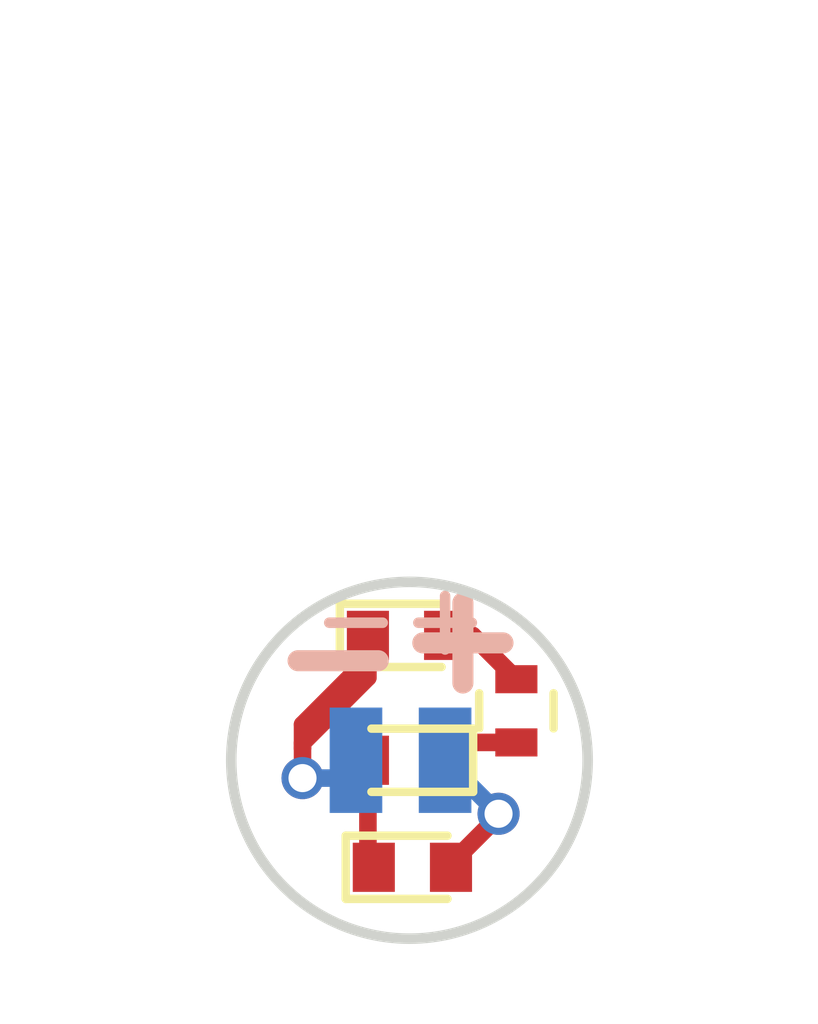
<source format=kicad_pcb>
(kicad_pcb (version 4) (host pcbnew 4.0.7+dfsg1-1ubuntu2)

  (general
    (links 5)
    (no_connects 0)
    (area 48.184999 48.184999 53.415001 53.415001)
    (thickness 1.6)
    (drawings 4)
    (tracks 20)
    (zones 0)
    (modules 6)
    (nets 6)
  )

  (page A4)
  (layers
    (0 F.Cu signal)
    (31 B.Cu signal)
    (32 B.Adhes user)
    (33 F.Adhes user)
    (34 B.Paste user)
    (35 F.Paste user)
    (36 B.SilkS user)
    (37 F.SilkS user)
    (38 B.Mask user)
    (39 F.Mask user)
    (40 Dwgs.User user)
    (41 Cmts.User user)
    (42 Eco1.User user)
    (43 Eco2.User user)
    (44 Edge.Cuts user)
    (45 Margin user)
    (46 B.CrtYd user)
    (47 F.CrtYd user)
    (48 B.Fab user)
    (49 F.Fab user)
  )

  (setup
    (last_trace_width 0.25)
    (trace_clearance 0.2)
    (zone_clearance 0.508)
    (zone_45_only no)
    (trace_min 0.2)
    (segment_width 0.2)
    (edge_width 0.15)
    (via_size 0.6)
    (via_drill 0.4)
    (via_min_size 0.4)
    (via_min_drill 0.3)
    (uvia_size 0.3)
    (uvia_drill 0.1)
    (uvias_allowed no)
    (uvia_min_size 0.2)
    (uvia_min_drill 0.1)
    (pcb_text_width 0.3)
    (pcb_text_size 1.5 1.5)
    (mod_edge_width 0.15)
    (mod_text_size 1 1)
    (mod_text_width 0.15)
    (pad_size 1.524 1.524)
    (pad_drill 0.762)
    (pad_to_mask_clearance 0.2)
    (aux_axis_origin 0 0)
    (visible_elements FFFFFF7F)
    (pcbplotparams
      (layerselection 0x00030_80000001)
      (usegerberextensions false)
      (excludeedgelayer true)
      (linewidth 0.100000)
      (plotframeref false)
      (viasonmask false)
      (mode 1)
      (useauxorigin false)
      (hpglpennumber 1)
      (hpglpenspeed 20)
      (hpglpendiameter 15)
      (hpglpenoverlay 2)
      (psnegative false)
      (psa4output false)
      (plotreference true)
      (plotvalue true)
      (plotinvisibletext false)
      (padsonsilk false)
      (subtractmaskfromsilk false)
      (outputformat 1)
      (mirror false)
      (drillshape 1)
      (scaleselection 1)
      (outputdirectory ""))
  )

  (net 0 "")
  (net 1 "Net-(D101-Pad2)")
  (net 2 "Net-(D102-Pad2)")
  (net 3 "Net-(D102-Pad1)")
  (net 4 /Minus)
  (net 5 /Plus)

  (net_class Default "This is the default net class."
    (clearance 0.2)
    (trace_width 0.25)
    (via_dia 0.6)
    (via_drill 0.4)
    (uvia_dia 0.3)
    (uvia_drill 0.1)
    (add_net /Minus)
    (add_net /Plus)
    (add_net "Net-(D101-Pad2)")
    (add_net "Net-(D102-Pad1)")
    (add_net "Net-(D102-Pad2)")
  )

  (module LEDs:LED_0402 (layer F.Cu) (tedit 63F27C2E) (tstamp 63FB17A4)
    (at 50.758 49.022)
    (descr "LED 0402 smd package")
    (tags "LED led 0402 SMD smd SMT smt smdled SMDLED smtled SMTLED")
    (path /63F2746D)
    (attr smd)
    (fp_text reference D101 (at 0 -1.2) (layer F.SilkS) hide
      (effects (font (size 1 1) (thickness 0.15)))
    )
    (fp_text value LIGHT (at 0 1.4) (layer F.Fab)
      (effects (font (size 1 1) (thickness 0.15)))
    )
    (fp_line (start -0.95 -0.45) (end -0.95 0.45) (layer F.SilkS) (width 0.12))
    (fp_line (start -0.15 -0.2) (end -0.15 0.2) (layer F.Fab) (width 0.1))
    (fp_line (start -0.15 0) (end 0.15 -0.2) (layer F.Fab) (width 0.1))
    (fp_line (start 0.15 0.2) (end -0.15 0) (layer F.Fab) (width 0.1))
    (fp_line (start 0.15 -0.2) (end 0.15 0.2) (layer F.Fab) (width 0.1))
    (fp_line (start 0.5 0.25) (end -0.5 0.25) (layer F.Fab) (width 0.1))
    (fp_line (start 0.5 -0.25) (end 0.5 0.25) (layer F.Fab) (width 0.1))
    (fp_line (start -0.5 -0.25) (end 0.5 -0.25) (layer F.Fab) (width 0.1))
    (fp_line (start -0.5 0.25) (end -0.5 -0.25) (layer F.Fab) (width 0.1))
    (fp_line (start -0.95 0.45) (end 0.5 0.45) (layer F.SilkS) (width 0.12))
    (fp_line (start -0.95 -0.45) (end 0.5 -0.45) (layer F.SilkS) (width 0.12))
    (fp_line (start 1 -0.5) (end 1 0.5) (layer F.CrtYd) (width 0.05))
    (fp_line (start 1 0.5) (end -1 0.5) (layer F.CrtYd) (width 0.05))
    (fp_line (start -1 0.5) (end -1 -0.5) (layer F.CrtYd) (width 0.05))
    (fp_line (start -1 -0.5) (end 1 -0.5) (layer F.CrtYd) (width 0.05))
    (pad 2 smd rect (at 0.55 0 180) (size 0.6 0.7) (layers F.Cu F.Paste F.Mask)
      (net 1 "Net-(D101-Pad2)"))
    (pad 1 smd rect (at -0.55 0 180) (size 0.6 0.7) (layers F.Cu F.Paste F.Mask)
      (net 4 /Minus))
    (model ${KISYS3DMOD}/LEDs.3dshapes/LED_0402.wrl
      (at (xyz 0 0 0))
      (scale (xyz 1 1 1))
      (rotate (xyz 0 0 180))
    )
  )

  (module LEDs:LED_0402 (layer F.Cu) (tedit 63F27C33) (tstamp 63FB17B9)
    (at 50.758 50.8 180)
    (descr "LED 0402 smd package")
    (tags "LED led 0402 SMD smd SMT smt smdled SMDLED smtled SMTLED")
    (path /63F2746E)
    (attr smd)
    (fp_text reference D102 (at 0 -1.2 180) (layer F.SilkS) hide
      (effects (font (size 1 1) (thickness 0.15)))
    )
    (fp_text value LIGHT (at 0 1.4 180) (layer F.Fab)
      (effects (font (size 1 1) (thickness 0.15)))
    )
    (fp_line (start -0.95 -0.45) (end -0.95 0.45) (layer F.SilkS) (width 0.12))
    (fp_line (start -0.15 -0.2) (end -0.15 0.2) (layer F.Fab) (width 0.1))
    (fp_line (start -0.15 0) (end 0.15 -0.2) (layer F.Fab) (width 0.1))
    (fp_line (start 0.15 0.2) (end -0.15 0) (layer F.Fab) (width 0.1))
    (fp_line (start 0.15 -0.2) (end 0.15 0.2) (layer F.Fab) (width 0.1))
    (fp_line (start 0.5 0.25) (end -0.5 0.25) (layer F.Fab) (width 0.1))
    (fp_line (start 0.5 -0.25) (end 0.5 0.25) (layer F.Fab) (width 0.1))
    (fp_line (start -0.5 -0.25) (end 0.5 -0.25) (layer F.Fab) (width 0.1))
    (fp_line (start -0.5 0.25) (end -0.5 -0.25) (layer F.Fab) (width 0.1))
    (fp_line (start -0.95 0.45) (end 0.5 0.45) (layer F.SilkS) (width 0.12))
    (fp_line (start -0.95 -0.45) (end 0.5 -0.45) (layer F.SilkS) (width 0.12))
    (fp_line (start 1 -0.5) (end 1 0.5) (layer F.CrtYd) (width 0.05))
    (fp_line (start 1 0.5) (end -1 0.5) (layer F.CrtYd) (width 0.05))
    (fp_line (start -1 0.5) (end -1 -0.5) (layer F.CrtYd) (width 0.05))
    (fp_line (start -1 -0.5) (end 1 -0.5) (layer F.CrtYd) (width 0.05))
    (pad 2 smd rect (at 0.55 0) (size 0.6 0.7) (layers F.Cu F.Paste F.Mask)
      (net 2 "Net-(D102-Pad2)"))
    (pad 1 smd rect (at -0.55 0) (size 0.6 0.7) (layers F.Cu F.Paste F.Mask)
      (net 3 "Net-(D102-Pad1)"))
    (model ${KISYS3DMOD}/LEDs.3dshapes/LED_0402.wrl
      (at (xyz 0 0 0))
      (scale (xyz 1 1 1))
      (rotate (xyz 0 0 180))
    )
  )

  (module LEDs:LED_0402 (layer F.Cu) (tedit 63F27C3E) (tstamp 63FB17CE)
    (at 50.842 52.324)
    (descr "LED 0402 smd package")
    (tags "LED led 0402 SMD smd SMT smt smdled SMDLED smtled SMTLED")
    (path /63F2746F)
    (attr smd)
    (fp_text reference D103 (at 0 -1.2) (layer F.SilkS) hide
      (effects (font (size 1 1) (thickness 0.15)))
    )
    (fp_text value LIGHT (at 0 1.4) (layer F.Fab)
      (effects (font (size 1 1) (thickness 0.15)))
    )
    (fp_line (start -0.95 -0.45) (end -0.95 0.45) (layer F.SilkS) (width 0.12))
    (fp_line (start -0.15 -0.2) (end -0.15 0.2) (layer F.Fab) (width 0.1))
    (fp_line (start -0.15 0) (end 0.15 -0.2) (layer F.Fab) (width 0.1))
    (fp_line (start 0.15 0.2) (end -0.15 0) (layer F.Fab) (width 0.1))
    (fp_line (start 0.15 -0.2) (end 0.15 0.2) (layer F.Fab) (width 0.1))
    (fp_line (start 0.5 0.25) (end -0.5 0.25) (layer F.Fab) (width 0.1))
    (fp_line (start 0.5 -0.25) (end 0.5 0.25) (layer F.Fab) (width 0.1))
    (fp_line (start -0.5 -0.25) (end 0.5 -0.25) (layer F.Fab) (width 0.1))
    (fp_line (start -0.5 0.25) (end -0.5 -0.25) (layer F.Fab) (width 0.1))
    (fp_line (start -0.95 0.45) (end 0.5 0.45) (layer F.SilkS) (width 0.12))
    (fp_line (start -0.95 -0.45) (end 0.5 -0.45) (layer F.SilkS) (width 0.12))
    (fp_line (start 1 -0.5) (end 1 0.5) (layer F.CrtYd) (width 0.05))
    (fp_line (start 1 0.5) (end -1 0.5) (layer F.CrtYd) (width 0.05))
    (fp_line (start -1 0.5) (end -1 -0.5) (layer F.CrtYd) (width 0.05))
    (fp_line (start -1 -0.5) (end 1 -0.5) (layer F.CrtYd) (width 0.05))
    (pad 2 smd rect (at 0.55 0 180) (size 0.6 0.7) (layers F.Cu F.Paste F.Mask)
      (net 5 /Plus))
    (pad 1 smd rect (at -0.55 0 180) (size 0.6 0.7) (layers F.Cu F.Paste F.Mask)
      (net 2 "Net-(D102-Pad2)"))
    (model ${KISYS3DMOD}/LEDs.3dshapes/LED_0402.wrl
      (at (xyz 0 0 0))
      (scale (xyz 1 1 1))
      (rotate (xyz 0 0 180))
    )
  )

  (module Resistors_SMD:R_0402 (layer F.Cu) (tedit 63F27C47) (tstamp 63FB17E9)
    (at 52.324 50.096 90)
    (descr "Resistor SMD 0402, reflow soldering, Vishay (see dcrcw.pdf)")
    (tags "resistor 0402")
    (path /63F2746C)
    (attr smd)
    (fp_text reference R101 (at 0 -1.35 90) (layer F.SilkS) hide
      (effects (font (size 1 1) (thickness 0.15)))
    )
    (fp_text value 150 (at 0 1.45 90) (layer F.Fab)
      (effects (font (size 1 1) (thickness 0.15)))
    )
    (fp_text user %R (at 0 -1.35 90) (layer F.Fab)
      (effects (font (size 1 1) (thickness 0.15)))
    )
    (fp_line (start -0.5 0.25) (end -0.5 -0.25) (layer F.Fab) (width 0.1))
    (fp_line (start 0.5 0.25) (end -0.5 0.25) (layer F.Fab) (width 0.1))
    (fp_line (start 0.5 -0.25) (end 0.5 0.25) (layer F.Fab) (width 0.1))
    (fp_line (start -0.5 -0.25) (end 0.5 -0.25) (layer F.Fab) (width 0.1))
    (fp_line (start 0.25 -0.53) (end -0.25 -0.53) (layer F.SilkS) (width 0.12))
    (fp_line (start -0.25 0.53) (end 0.25 0.53) (layer F.SilkS) (width 0.12))
    (fp_line (start -0.8 -0.45) (end 0.8 -0.45) (layer F.CrtYd) (width 0.05))
    (fp_line (start -0.8 -0.45) (end -0.8 0.45) (layer F.CrtYd) (width 0.05))
    (fp_line (start 0.8 0.45) (end 0.8 -0.45) (layer F.CrtYd) (width 0.05))
    (fp_line (start 0.8 0.45) (end -0.8 0.45) (layer F.CrtYd) (width 0.05))
    (pad 1 smd rect (at -0.45 0 90) (size 0.4 0.6) (layers F.Cu F.Paste F.Mask)
      (net 3 "Net-(D102-Pad1)"))
    (pad 2 smd rect (at 0.45 0 90) (size 0.4 0.6) (layers F.Cu F.Paste F.Mask)
      (net 1 "Net-(D101-Pad2)"))
    (model ${KISYS3DMOD}/Resistors_SMD.3dshapes/R_0402.wrl
      (at (xyz 0 0 0))
      (scale (xyz 1 1 1))
      (rotate (xyz 0 0 0))
    )
  )

  (module BackPads:BottomPad (layer F.Cu) (tedit 63F27B01) (tstamp 63FB1BF8)
    (at 50.038 50.8)
    (path /63F27471)
    (fp_text reference J101 (at 0 3.048) (layer F.SilkS) hide
      (effects (font (size 1 1) (thickness 0.15)))
    )
    (fp_text value - (at 0 -2.032) (layer B.SilkS)
      (effects (font (size 1 1) (thickness 0.15)) (justify mirror))
    )
    (pad 1 smd rect (at 0 0) (size 0.75 1.5) (layers B.Cu B.Paste B.Mask)
      (net 4 /Minus))
  )

  (module BackPads:BottomPad (layer F.Cu) (tedit 63F27B01) (tstamp 63FB1BFD)
    (at 51.308 50.8)
    (path /63F27470)
    (fp_text reference J102 (at 0 3.048) (layer F.SilkS) hide
      (effects (font (size 1 1) (thickness 0.15)))
    )
    (fp_text value + (at 0 -2.032) (layer B.SilkS)
      (effects (font (size 1 1) (thickness 0.15)) (justify mirror))
    )
    (pad 1 smd rect (at 0 0) (size 0.75 1.5) (layers B.Cu B.Paste B.Mask)
      (net 5 /Plus))
  )

  (gr_text "+\n" (at 51.562 49.022) (layer B.SilkS)
    (effects (font (size 1.5 1.5) (thickness 0.3)) (justify mirror))
  )
  (gr_text - (at 49.784 49.276) (layer B.SilkS)
    (effects (font (size 1.5 1.5) (thickness 0.3)) (justify mirror))
  )
  (dimension 5.08 (width 0.3) (layer Dwgs.User)
    (gr_text "5.080 mm" (at 50.8 41.83) (layer Dwgs.User)
      (effects (font (size 1.5 1.5) (thickness 0.3)))
    )
    (feature1 (pts (xy 53.34 50.8) (xy 53.34 40.48)))
    (feature2 (pts (xy 48.26 50.8) (xy 48.26 40.48)))
    (crossbar (pts (xy 48.26 43.18) (xy 53.34 43.18)))
    (arrow1a (pts (xy 53.34 43.18) (xy 52.213496 43.766421)))
    (arrow1b (pts (xy 53.34 43.18) (xy 52.213496 42.593579)))
    (arrow2a (pts (xy 48.26 43.18) (xy 49.386504 43.766421)))
    (arrow2b (pts (xy 48.26 43.18) (xy 49.386504 42.593579)))
  )
  (gr_circle (center 50.8 50.8) (end 53.34 50.8) (layer Edge.Cuts) (width 0.15))

  (segment (start 51.308 49.022) (end 51.7 49.022) (width 0.25) (layer F.Cu) (net 1))
  (segment (start 51.7 49.022) (end 52.324 49.646) (width 0.25) (layer F.Cu) (net 1))
  (segment (start 50.208 50.8) (end 50.208 52.24) (width 0.25) (layer F.Cu) (net 2))
  (segment (start 50.208 52.24) (end 50.292 52.324) (width 0.25) (layer F.Cu) (net 2))
  (segment (start 52.324 50.546) (end 51.562 50.546) (width 0.25) (layer F.Cu) (net 3))
  (segment (start 51.562 50.546) (end 51.308 50.8) (width 0.25) (layer F.Cu) (net 3))
  (segment (start 49.276 51.053994) (end 49.784006 51.053994) (width 0.25) (layer B.Cu) (net 4))
  (segment (start 49.784006 51.053994) (end 50.038 50.8) (width 0.25) (layer B.Cu) (net 4))
  (segment (start 49.276 50.629736) (end 49.276 51.053994) (width 0.25) (layer F.Cu) (net 4))
  (via (at 49.276 51.053994) (size 0.6) (drill 0.4) (layers F.Cu B.Cu) (net 4))
  (segment (start 50.208 49.36) (end 49.276 50.292) (width 0.25) (layer F.Cu) (net 4))
  (segment (start 49.276 50.292) (end 49.276 50.629736) (width 0.25) (layer F.Cu) (net 4))
  (segment (start 50.208 49.022) (end 50.208 49.622) (width 0.25) (layer F.Cu) (net 4))
  (segment (start 50.208 49.622) (end 49.276 50.554) (width 0.25) (layer F.Cu) (net 4))
  (segment (start 49.276 50.554) (end 49.276 50.629736) (width 0.25) (layer F.Cu) (net 4))
  (segment (start 52.07 51.562) (end 51.308 50.8) (width 0.25) (layer B.Cu) (net 5))
  (segment (start 51.392 52.274) (end 52.07 51.596) (width 0.25) (layer F.Cu) (net 5))
  (segment (start 52.07 51.596) (end 52.07 51.562) (width 0.25) (layer F.Cu) (net 5))
  (segment (start 51.392 52.324) (end 51.392 52.274) (width 0.25) (layer F.Cu) (net 5))
  (via (at 52.07 51.562) (size 0.6) (drill 0.4) (layers F.Cu B.Cu) (net 5))

)

</source>
